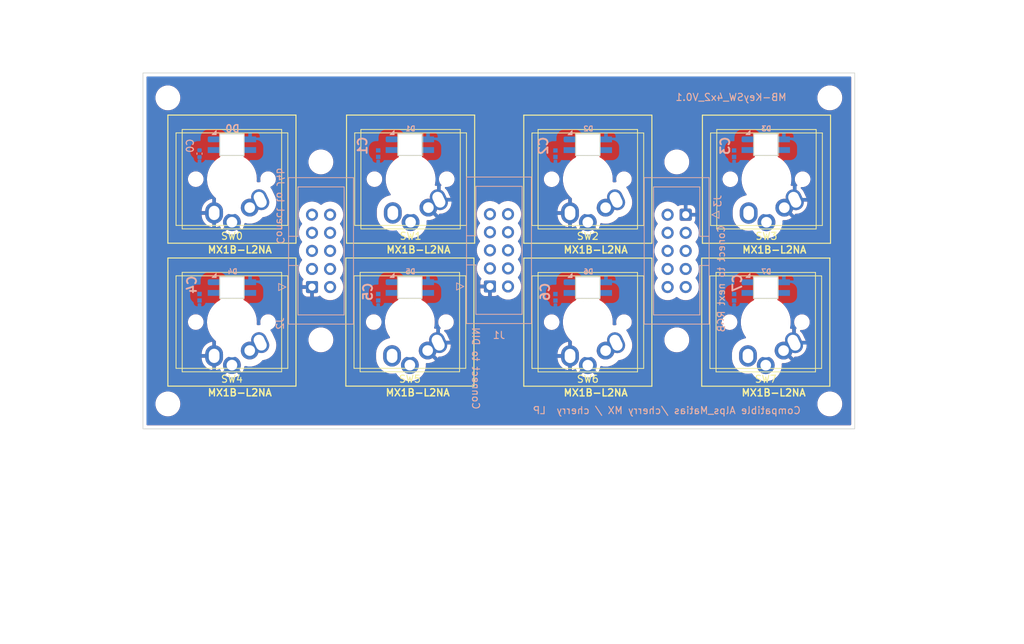
<source format=kicad_pcb>
(kicad_pcb (version 20221018) (generator pcbnew)
  (layers (0 "F.Cu" signal "Dessus.Cu") (31 "B.Cu" signal "Dessous.Cu") (34 "B.Paste" user "Dessous.Pate") (35 "F.Paste" user "Dessus.Pate") (36 "B.SilkS" user "Dessous.SilkS") (37 "F.SilkS" user "Dessus.SilkS") (38 "B.Mask" user "Dessous.Masque") (39 "F.Mask" user "Dessus.Masque") (44 "Edge.Cuts" user "Contours.Ci"))
  (net 0 "")
  (net 1 "GND")
  (net 3 "Net-(D0-DO)")
  (net 4 "Net-(D0-DI)")
  (net 5 "Net-(D1-DO)")
  (net 6 "Net-(D2-DO)")
  (net 7 "Net-(D3-DO)")
  (net 8 "Net-(D4-DO)")
  (net 9 "Net-(D5-DO)")
  (net 10 "Net-(D6-DO)")
  (net 11 "Net-(J1-D7)")
  (net 12 "Net-(J1-D6)")
  (net 13 "Net-(J1-D5)")
  (net 14 "Net-(J1-D4)")
  (net 15 "Net-(J1-D3)")
  (net 16 "Net-(J1-D2)")
  (net 17 "Net-(J1-D1)")
  (net 18 "+5V")
  (net 19 "Net-(J1-D0)")
  (net 34 "Net-(D7-DO)")
  (footprint "ksir 2022:SW_Alps_Matias_1.00u_cherry_LP" (layer "F.Cu") (at 98.6 201.92)
    (fp_text reference "SW1" (at 0 8 180) (layer "F.SilkS"))
    (fp_text value "CHERRY MX1B-52NA")
    (fp_text user "MX1B-L2NA" (at -3.5 10.5 unlocked) (layer "F.SilkS") (effects (font (thickness 0.2) bold) (justify left bottom)))
    (fp_line (start -9 -9) (end 9 -9) (stroke (width 0.1524)) (layer "F.SilkS"))
    (fp_line (start -9 9) (end -9 -9) (stroke (width 0.1524)) (layer "F.SilkS"))
    (fp_line (start -7.85 -6.5) (end -7.85 6.5) (stroke (width 0.12)) (layer "F.SilkS"))
    (fp_line (start -7.85 6.5) (end 7.85 6.5) (stroke (width 0.12)) (layer "F.SilkS"))
    (fp_line (start -6.985 -6.985) (end 6.985 -6.985) (stroke (width 0.12)) (layer "F.SilkS"))
    (fp_line (start -6.985 6.985) (end -6.985 -6.985) (stroke (width 0.12)) (layer "F.SilkS"))
    (fp_line (start 6.985 -6.985) (end 6.985 6.985) (stroke (width 0.12)) (layer "F.SilkS"))
    (fp_line (start 6.985 6.985) (end -6.985 6.985) (stroke (width 0.12)) (layer "F.SilkS"))
    (fp_line (start 7.85 -6.5) (end -7.85 -6.5) (stroke (width 0.12)) (layer "F.SilkS"))
    (fp_line (start 7.85 6.5) (end 7.85 -6.5) (stroke (width 0.12)) (layer "F.SilkS"))
    (fp_line (start 9 -9) (end 9 9) (stroke (width 0.1524)) (layer "F.SilkS"))
    (fp_line (start 9 9) (end -9 9) (stroke (width 0.1524)) (layer "F.SilkS"))
    (fp_rect (start -1.75 -6.4) (end 1.75 -3.3) (stroke (width 0.05)) (fill none) (layer "F.SilkS"))
    (pad "" np_thru_hole circle (at -5.08 0 180) (size 1.7 1.7) (drill 1.7) (layers "*.Cu" "*.Mask"))
    (pad "" np_thru_hole circle (at 0 0 180) (size 4 4) (drill 4) (layers "*.Cu" "*.Mask"))
    (pad "" np_thru_hole circle (at 0 0 180) (size 6.5 6.5) (drill 6.5) (layers "F&B.Cu" "*.Mask"))
    (pad "" np_thru_hole circle (at 0 3.7 180) (size 2.5 2.5) (drill 2.5) (layers "F&B.Cu" "*.Mask"))
    (pad "" np_thru_hole circle (at 5.08 0 180) (size 1.7 1.7) (drill 1.7) (layers "*.Cu" "*.Mask"))
    (pad "1" thru_hole oval (at -2.5 4.75 180) (size 2.5 3) (drill oval 1.5 2) (layers "*.Cu" "*.Mask") (net 17 "Net-(J1-D1)"))
    (pad "1" thru_hole circle (at 0 6.05 180) (size 2.5 2.5) (drill 1.5) (layers "*.Cu" "*.Mask") (net 17 "Net-(J1-D1)"))
    (pad "2" thru_hole circle (at 2.5 4 180) (size 2.5 2.5) (drill 1.5) (layers "*.Cu" "*.Mask") (net 1 "GND"))
    (pad "2" thru_hole oval (at 3.97 2.89 25) (size 2.2 3) (drill oval 1.5 2.3) (layers "*.Cu" "*.Mask") (net 1 "GND"))
  )
  (footprint "ksir 2022:SW_Alps_Matias_1.00u_cherry_LP" (layer "F.Cu") (at 123.5 222.01)
    (fp_text reference "SW6" (at 0 8 180) (layer "F.SilkS"))
    (fp_text value "CHERRY MX1B-52NA")
    (fp_text user "MX1B-L2NA" (at -3.5 10.5 unlocked) (layer "F.SilkS") (effects (font (thickness 0.2) bold) (justify left bottom)))
    (fp_line (start -9 -9) (end 9 -9) (stroke (width 0.1524)) (layer "F.SilkS"))
    (fp_line (start -9 9) (end -9 -9) (stroke (width 0.1524)) (layer "F.SilkS"))
    (fp_line (start -7.85 -6.5) (end -7.85 6.5) (stroke (width 0.12)) (layer "F.SilkS"))
    (fp_line (start -7.85 6.5) (end 7.85 6.5) (stroke (width 0.12)) (layer "F.SilkS"))
    (fp_line (start -6.985 -6.985) (end 6.985 -6.985) (stroke (width 0.12)) (layer "F.SilkS"))
    (fp_line (start -6.985 6.985) (end -6.985 -6.985) (stroke (width 0.12)) (layer "F.SilkS"))
    (fp_line (start 6.985 -6.985) (end 6.985 6.985) (stroke (width 0.12)) (layer "F.SilkS"))
    (fp_line (start 6.985 6.985) (end -6.985 6.985) (stroke (width 0.12)) (layer "F.SilkS"))
    (fp_line (start 7.85 -6.5) (end -7.85 -6.5) (stroke (width 0.12)) (layer "F.SilkS"))
    (fp_line (start 7.85 6.5) (end 7.85 -6.5) (stroke (width 0.12)) (layer "F.SilkS"))
    (fp_line (start 9 -9) (end 9 9) (stroke (width 0.1524)) (layer "F.SilkS"))
    (fp_line (start 9 9) (end -9 9) (stroke (width 0.1524)) (layer "F.SilkS"))
    (fp_rect (start -1.75 -6.4) (end 1.75 -3.3) (stroke (width 0.05)) (fill none) (layer "F.SilkS"))
    (pad "" np_thru_hole circle (at -5.08 0 180) (size 1.7 1.7) (drill 1.7) (layers "*.Cu" "*.Mask"))
    (pad "" np_thru_hole circle (at 0 0 180) (size 4 4) (drill 4) (layers "*.Cu" "*.Mask"))
    (pad "" np_thru_hole circle (at 0 0 180) (size 6.5 6.5) (drill 6.5) (layers "F&B.Cu" "*.Mask"))
    (pad "" np_thru_hole circle (at 0 3.7 180) (size 2.5 2.5) (drill 2.5) (layers "F&B.Cu" "*.Mask"))
    (pad "" np_thru_hole circle (at 5.08 0 180) (size 1.7 1.7) (drill 1.7) (layers "*.Cu" "*.Mask"))
    (pad "1" thru_hole oval (at -2.5 4.75 180) (size 2.5 3) (drill oval 1.5 2) (layers "*.Cu" "*.Mask") (net 1 "GND"))
    (pad "1" thru_hole circle (at 0 6.05 180) (size 2.5 2.5) (drill 1.5) (layers "*.Cu" "*.Mask") (net 1 "GND"))
    (pad "2" thru_hole circle (at 2.5 4 180) (size 2.5 2.5) (drill 1.5) (layers "*.Cu" "*.Mask") (net 12 "Net-(J1-D6)"))
    (pad "2" thru_hole oval (at 3.97 2.89 25) (size 2.2 3) (drill oval 1.5 2.3) (layers "*.Cu" "*.Mask") (net 12 "Net-(J1-D6)"))
  )
  (footprint "MountingHole:MountingHole_3mm" (layer "F.Cu") (at 86 199.5)
    (fp_text reference "H5" hide)
    (fp_text value "MountingHole")
    (pad "" np_thru_hole circle (at 0 0) (size 3 3) (drill 3) (layers "*.Cu" "*.Mask"))
  )
  (footprint "ksir 2022:SW_Alps_Matias_1.00u_cherry_LP" (layer "F.Cu") (at 98.5 222)
    (fp_text reference "SW5" (at 0 8 180) (layer "F.SilkS"))
    (fp_text value "CHERRY MX1B-52NA")
    (fp_text user "MX1B-L2NA" (at -3.5 10.5 unlocked) (layer "F.SilkS") (effects (font (thickness 0.2) bold) (justify left bottom)))
    (fp_line (start -9 -9) (end 9 -9) (stroke (width 0.1524)) (layer "F.SilkS"))
    (fp_line (start -9 9) (end -9 -9) (stroke (width 0.1524)) (layer "F.SilkS"))
    (fp_line (start -7.85 -6.5) (end -7.85 6.5) (stroke (width 0.12)) (layer "F.SilkS"))
    (fp_line (start -7.85 6.5) (end 7.85 6.5) (stroke (width 0.12)) (layer "F.SilkS"))
    (fp_line (start -6.985 -6.985) (end 6.985 -6.985) (stroke (width 0.12)) (layer "F.SilkS"))
    (fp_line (start -6.985 6.985) (end -6.985 -6.985) (stroke (width 0.12)) (layer "F.SilkS"))
    (fp_line (start 6.985 -6.985) (end 6.985 6.985) (stroke (width 0.12)) (layer "F.SilkS"))
    (fp_line (start 6.985 6.985) (end -6.985 6.985) (stroke (width 0.12)) (layer "F.SilkS"))
    (fp_line (start 7.85 -6.5) (end -7.85 -6.5) (stroke (width 0.12)) (layer "F.SilkS"))
    (fp_line (start 7.85 6.5) (end 7.85 -6.5) (stroke (width 0.12)) (layer "F.SilkS"))
    (fp_line (start 9 -9) (end 9 9) (stroke (width 0.1524)) (layer "F.SilkS"))
    (fp_line (start 9 9) (end -9 9) (stroke (width 0.1524)) (layer "F.SilkS"))
    (fp_rect (start -1.75 -6.4) (end 1.75 -3.3) (stroke (width 0.05)) (fill none) (layer "F.SilkS"))
    (pad "" np_thru_hole circle (at -5.08 0 180) (size 1.7 1.7) (drill 1.7) (layers "*.Cu" "*.Mask"))
    (pad "" np_thru_hole circle (at 0 0 180) (size 4 4) (drill 4) (layers "*.Cu" "*.Mask"))
    (pad "" np_thru_hole circle (at 0 0 180) (size 6.5 6.5) (drill 6.5) (layers "F&B.Cu" "*.Mask"))
    (pad "" np_thru_hole circle (at 0 3.7 180) (size 2.5 2.5) (drill 2.5) (layers "F&B.Cu" "*.Mask"))
    (pad "" np_thru_hole circle (at 5.08 0 180) (size 1.7 1.7) (drill 1.7) (layers "*.Cu" "*.Mask"))
    (pad "1" thru_hole oval (at -2.5 4.75 180) (size 2.5 3) (drill oval 1.5 2) (layers "*.Cu" "*.Mask") (net 13 "Net-(J1-D5)"))
    (pad "1" thru_hole circle (at 0 6.05 180) (size 2.5 2.5) (drill 1.5) (layers "*.Cu" "*.Mask") (net 13 "Net-(J1-D5)"))
    (pad "2" thru_hole circle (at 2.5 4 180) (size 2.5 2.5) (drill 1.5) (layers "*.Cu" "*.Mask") (net 1 "GND"))
    (pad "2" thru_hole oval (at 3.97 2.89 25) (size 2.2 3) (drill oval 1.5 2.3) (layers "*.Cu" "*.Mask") (net 1 "GND"))
  )
  (footprint "MountingHole:MountingHole_3mm" (layer "F.Cu") (at 136 224.5)
    (fp_text reference "H8" hide)
    (fp_text value "MountingHole")
    (pad "" np_thru_hole circle (at 0 0) (size 3 3) (drill 3) (layers "*.Cu" "*.Mask"))
  )
  (footprint "MountingHole:MountingHole_3mm" (layer "F.Cu") (at 136 199.5)
    (fp_text reference "H6" hide)
    (fp_text value "MountingHole")
    (pad "" np_thru_hole circle (at 0 0) (size 3 3) (drill 3) (layers "*.Cu" "*.Mask"))
  )
  (footprint "MountingHole:MountingHole_3mm" (layer "F.Cu") (at 86 224.5)
    (fp_text reference "H7" hide)
    (fp_text value "MountingHole")
    (pad "" np_thru_hole circle (at 0 0) (size 3 3) (drill 3) (layers "*.Cu" "*.Mask"))
  )
  (footprint "MountingHole:MountingHole_3mm" (layer "F.Cu") (at 64.5 190.5)
    (fp_text reference "H1" hide)
    (fp_text value "MountingHole")
    (pad "" np_thru_hole circle (at 0 0) (size 3 3) (drill 3) (layers "*.Cu" "*.Mask"))
  )
  (footprint "ksir 2022:SW_Alps_Matias_1.00u_cherry_LP" (layer "F.Cu") (at 73.5 201.92)
    (fp_text reference "SW0" (at 0 8 180) (layer "F.SilkS"))
    (fp_text value "CHERRY MX1B-52NA")
    (fp_text user "MX1B-L2NA" (at -3.5 10.5 unlocked) (layer "F.SilkS") (effects (font (thickness 0.2) bold) (justify left bottom)))
    (fp_line (start -9 -9) (end 9 -9) (stroke (width 0.1524)) (layer "F.SilkS"))
    (fp_line (start -9 9) (end -9 -9) (stroke (width 0.1524)) (layer "F.SilkS"))
    (fp_line (start -7.85 -6.5) (end -7.85 6.5) (stroke (width 0.12)) (layer "F.SilkS"))
    (fp_line (start -7.85 6.5) (end 7.85 6.5) (stroke (width 0.12)) (layer "F.SilkS"))
    (fp_line (start -6.985 -6.985) (end 6.985 -6.985) (stroke (width 0.12)) (layer "F.SilkS"))
    (fp_line (start -6.985 6.985) (end -6.985 -6.985) (stroke (width 0.12)) (layer "F.SilkS"))
    (fp_line (start 6.985 -6.985) (end 6.985 6.985) (stroke (width 0.12)) (layer "F.SilkS"))
    (fp_line (start 6.985 6.985) (end -6.985 6.985) (stroke (width 0.12)) (layer "F.SilkS"))
    (fp_line (start 7.85 -6.5) (end -7.85 -6.5) (stroke (width 0.12)) (layer "F.SilkS"))
    (fp_line (start 7.85 6.5) (end 7.85 -6.5) (stroke (width 0.12)) (layer "F.SilkS"))
    (fp_line (start 9 -9) (end 9 9) (stroke (width 0.1524)) (layer "F.SilkS"))
    (fp_line (start 9 9) (end -9 9) (stroke (width 0.1524)) (layer "F.SilkS"))
    (fp_rect (start -1.75 -6.4) (end 1.75 -3.3) (stroke (width 0.05)) (fill none) (layer "F.SilkS"))
    (pad "" np_thru_hole circle (at -5.08 0 180) (size 1.7 1.7) (drill 1.7) (layers "*.Cu" "*.Mask"))
    (pad "" np_thru_hole circle (at 0 0 180) (size 4 4) (drill 4) (layers "*.Cu" "*.Mask"))
    (pad "" np_thru_hole circle (at 0 0 180) (size 6.5 6.5) (drill 6.5) (layers "F&B.Cu" "*.Mask"))
    (pad "" np_thru_hole circle (at 0 3.7 180) (size 2.5 2.5) (drill 2.5) (layers "F&B.Cu" "*.Mask"))
    (pad "" np_thru_hole circle (at 5.08 0 180) (size 1.7 1.7) (drill 1.7) (layers "*.Cu" "*.Mask"))
    (pad "1" thru_hole oval (at -2.5 4.75 180) (size 2.5 3) (drill oval 1.5 2) (layers "*.Cu" "*.Mask") (net 1 "GND"))
    (pad "1" thru_hole circle (at 0 6.05 180) (size 2.5 2.5) (drill 1.5) (layers "*.Cu" "*.Mask") (net 1 "GND"))
    (pad "2" thru_hole circle (at 2.5 4 180) (size 2.5 2.5) (drill 1.5) (layers "*.Cu" "*.Mask") (net 19 "Net-(J1-D0)"))
    (pad "2" thru_hole oval (at 3.97 2.89 25) (size 2.2 3) (drill oval 1.5 2.3) (layers "*.Cu" "*.Mask") (net 19 "Net-(J1-D0)"))
  )
  (footprint "ksir 2022:SW_Alps_Matias_1.00u_cherry_LP" (layer "F.Cu") (at 148.5 222.01)
    (fp_text reference "SW7" (at 0 8 180) (layer "F.SilkS"))
    (fp_text value "CHERRY MX1B-52NA")
    (fp_text user "MX1B-L2NA" (at -3.5 10.5 unlocked) (layer "F.SilkS") (effects (font (thickness 0.2) bold) (justify left bottom)))
    (fp_line (start -9 -9) (end 9 -9) (stroke (width 0.1524)) (layer "F.SilkS"))
    (fp_line (start -9 9) (end -9 -9) (stroke (width 0.1524)) (layer "F.SilkS"))
    (fp_line (start -7.85 -6.5) (end -7.85 6.5) (stroke (width 0.12)) (layer "F.SilkS"))
    (fp_line (start -7.85 6.5) (end 7.85 6.5) (stroke (width 0.12)) (layer "F.SilkS"))
    (fp_line (start -6.985 -6.985) (end 6.985 -6.985) (stroke (width 0.12)) (layer "F.SilkS"))
    (fp_line (start -6.985 6.985) (end -6.985 -6.985) (stroke (width 0.12)) (layer "F.SilkS"))
    (fp_line (start 6.985 -6.985) (end 6.985 6.985) (stroke (width 0.12)) (layer "F.SilkS"))
    (fp_line (start 6.985 6.985) (end -6.985 6.985) (stroke (width 0.12)) (layer "F.SilkS"))
    (fp_line (start 7.85 -6.5) (end -7.85 -6.5) (stroke (width 0.12)) (layer "F.SilkS"))
    (fp_line (start 7.85 6.5) (end 7.85 -6.5) (stroke (width 0.12)) (layer "F.SilkS"))
    (fp_line (start 9 -9) (end 9 9) (stroke (width 0.1524)) (layer "F.SilkS"))
    (fp_line (start 9 9) (end -9 9) (stroke (width 0.1524)) (layer "F.SilkS"))
    (fp_rect (start -1.75 -6.4) (end 1.75 -3.3) (stroke (width 0.05)) (fill none) (layer "F.SilkS"))
    (pad "" np_thru_hole circle (at -5.08 0 180) (size 1.7 1.7) (drill 1.7) (layers "*.Cu" "*.Mask"))
    (pad "" np_thru_hole circle (at 0 0 180) (size 4 4) (drill 4) (layers "*.Cu" "*.Mask"))
    (pad "" np_thru_hole circle (at 0 0 180) (size 6.5 6.5) (drill 6.5) (layers "F&B.Cu" "*.Mask"))
    (pad "" np_thru_hole circle (at 0 3.7 180) (size 2.5 2.5) (drill 2.5) (layers "F&B.Cu" "*.Mask"))
    (pad "" np_thru_hole circle (at 5.08 0 180) (size 1.7 1.7) (drill 1.7) (layers "*.Cu" "*.Mask"))
    (pad "1" thru_hole oval (at -2.5 4.75 180) (size 2.5 3) (drill oval 1.5 2) (layers "*.Cu" "*.Mask") (net 11 "Net-(J1-D7)"))
    (pad "1" thru_hole circle (at 0 6.05 180) (size 2.5 2.5) (drill 1.5) (layers "*.Cu" "*.Mask") (net 11 "Net-(J1-D7)"))
    (pad "2" thru_hole circle (at 2.5 4 180) (size 2.5 2.5) (drill 1.5) (layers "*.Cu" "*.Mask") (net 1 "GND"))
    (pad "2" thru_hole oval (at 3.97 2.89 25) (size 2.2 3) (drill oval 1.5 2.3) (layers "*.Cu" "*.Mask") (net 1 "GND"))
  )
  (footprint "ksir 2022:SW_Alps_Matias_1.00u_cherry_LP" (layer "F.Cu") (at 123.5 201.93)
    (fp_text reference "SW2" (at 0 8 180) (layer "F.SilkS"))
    (fp_text value "CHERRY MX1B-52NA")
    (fp_text user "MX1B-L2NA" (at -3.5 10.5 unlocked) (layer "F.SilkS") (effects (font (thickness 0.2) bold) (justify left bottom)))
    (fp_line (start -9 -9) (end 9 -9) (stroke (width 0.1524)) (layer "F.SilkS"))
    (fp_line (start -9 9) (end -9 -9) (stroke (width 0.1524)) (layer "F.SilkS"))
    (fp_line (start -7.85 -6.5) (end -7.85 6.5) (stroke (width 0.12)) (layer "F.SilkS"))
    (fp_line (start -7.85 6.5) (end 7.85 6.5) (stroke (width 0.12)) (layer "F.SilkS"))
    (fp_line (start -6.985 -6.985) (end 6.985 -6.985) (stroke (width 0.12)) (layer "F.SilkS"))
    (fp_line (start -6.985 6.985) (end -6.985 -6.985) (stroke (width 0.12)) (layer "F.SilkS"))
    (fp_line (start 6.985 -6.985) (end 6.985 6.985) (stroke (width 0.12)) (layer "F.SilkS"))
    (fp_line (start 6.985 6.985) (end -6.985 6.985) (stroke (width 0.12)) (layer "F.SilkS"))
    (fp_line (start 7.85 -6.5) (end -7.85 -6.5) (stroke (width 0.12)) (layer "F.SilkS"))
    (fp_line (start 7.85 6.5) (end 7.85 -6.5) (stroke (width 0.12)) (layer "F.SilkS"))
    (fp_line (start 9 -9) (end 9 9) (stroke (width 0.1524)) (layer "F.SilkS"))
    (fp_line (start 9 9) (end -9 9) (stroke (width 0.1524)) (layer "F.SilkS"))
    (fp_rect (start -1.75 -6.4) (end 1.75 -3.3) (stroke (width 0.05)) (fill none) (layer "F.SilkS"))
    (pad "" np_thru_hole circle (at -5.08 0 180) (size 1.7 1.7) (drill 1.7) (layers "*.Cu" "*.Mask"))
    (pad "" np_thru_hole circle (at 0 0 180) (size 4 4) (drill 4) (layers "*.Cu" "*.Mask"))
    (pad "" np_thru_hole circle (at 0 0 180) (size 6.5 6.5) (drill 6.5) (layers "F&B.Cu" "*.Mask"))
    (pad "" np_thru_hole circle (at 0 3.7 180) (size 2.5 2.5) (drill 2.5) (layers "F&B.Cu" "*.Mask"))
    (pad "" np_thru_hole circle (at 5.08 0 180) (size 1.7 1.7) (drill 1.7) (layers "*.Cu" "*.Mask"))
    (pad "1" thru_hole oval (at -2.5 4.75 180) (size 2.5 3) (drill oval 1.5 2) (layers "*.Cu" "*.Mask") (net 1 "GND"))
    (pad "1" thru_hole circle (at 0 6.05 180) (size 2.5 2.5) (drill 1.5) (layers "*.Cu" "*.Mask") (net 1 "GND"))
    (pad "2" thru_hole circle (at 2.5 4 180) (size 2.5 2.5) (drill 1.5) (layers "*.Cu" "*.Mask") (net 16 "Net-(J1-D2)"))
    (pad "2" thru_hole oval (at 3.97 2.89 25) (size 2.2 3) (drill oval 1.5 2.3) (layers "*.Cu" "*.Mask") (net 16 "Net-(J1-D2)"))
  )
  (footprint "MountingHole:MountingHole_3mm" (layer "F.Cu") (at 157.5 233.5)
    (fp_text reference "H3" hide)
    (fp_text value "MountingHole")
    (pad "" np_thru_hole circle (at 0 0) (size 3 3) (drill 3) (layers "*.Cu" "*.Mask"))
  )
  (footprint "MountingHole:MountingHole_3mm" (layer "F.Cu") (at 157.5 190.5)
    (fp_text reference "H2" hide)
    (fp_text value "MountingHole")
    (pad "" np_thru_hole circle (at 0 0) (size 3 3) (drill 3) (layers "*.Cu" "*.Mask"))
  )
  (footprint "ksir 2022:SW_Alps_Matias_1.00u_cherry_LP" (layer "F.Cu") (at 73.5 222)
    (fp_text reference "SW4" (at 0 8 180) (layer "F.SilkS"))
    (fp_text value "CHERRY MX1B-52NA")
    (fp_text user "MX1B-L2NA" (at -3.5 10.5 unlocked) (layer "F.SilkS") (effects (font (thickness 0.2) bold) (justify left bottom)))
    (fp_line (start -9 -9) (end 9 -9) (stroke (width 0.1524)) (layer "F.SilkS"))
    (fp_line (start -9 9) (end -9 -9) (stroke (width 0.1524)) (layer "F.SilkS"))
    (fp_line (start -7.85 -6.5) (end -7.85 6.5) (stroke (width 0.12)) (layer "F.SilkS"))
    (fp_line (start -7.85 6.5) (end 7.85 6.5) (stroke (width 0.12)) (layer "F.SilkS"))
    (fp_line (start -6.985 -6.985) (end 6.985 -6.985) (stroke (width 0.12)) (layer "F.SilkS"))
    (fp_line (start -6.985 6.985) (end -6.985 -6.985) (stroke (width 0.12)) (layer "F.SilkS"))
    (fp_line (start 6.985 -6.985) (end 6.985 6.985) (stroke (width 0.12)) (layer "F.SilkS"))
    (fp_line (start 6.985 6.985) (end -6.985 6.985) (stroke (width 0.12)) (layer "F.SilkS"))
    (fp_line (start 7.85 -6.5) (end -7.85 -6.5) (stroke (width 0.12)) (layer "F.SilkS"))
    (fp_line (start 7.85 6.5) (end 7.85 -6.5) (stroke (width 0.12)) (layer "F.SilkS"))
    (fp_line (start 9 -9) (end 9 9) (stroke (width 0.1524)) (layer "F.SilkS"))
    (fp_line (start 9 9) (end -9 9) (stroke (width 0.1524)) (layer "F.SilkS"))
    (fp_rect (start -1.75 -6.4) (end 1.75 -3.3) (stroke (width 0.05)) (fill none) (layer "F.SilkS"))
    (pad "" np_thru_hole circle (at -5.08 0 180) (size 1.7 1.7) (drill 1.7) (layers "*.Cu" "*.Mask"))
    (pad "" np_thru_hole circle (at 0 0 180) (size 4 4) (drill 4) (layers "*.Cu" "*.Mask"))
    (pad "" np_thru_hole circle (at 0 0 180) (size 6.5 6.5) (drill 6.5) (layers "F&B.Cu" "*.Mask"))
    (pad "" np_thru_hole circle (at 0 3.7 180) (size 2.5 2.5) (drill 2.5) (layers "F&B.Cu" "*.Mask"))
    (pad "" np_thru_hole circle (at 5.08 0 180) (size 1.7 1.7) (drill 1.7) (layers "*.Cu" "*.Mask"))
    (pad "1" thru_hole oval (at -2.5 4.75 180) (size 2.5 3) (drill oval 1.5 2) (layers "*.Cu" "*.Mask") (net 1 "GND"))
    (pad "1" thru_hole circle (at 0 6.05 180) (size 2.5 2.5) (drill 1.5) (layers "*.Cu" "*.Mask") (net 1 "GND"))
    (pad "2" thru_hole circle (at 2.5 4 180) (size 2.5 2.5) (drill 1.5) (layers "*.Cu" "*.Mask") (net 14 "Net-(J1-D4)"))
    (pad "2" thru_hole oval (at 3.97 2.89 25) (size 2.2 3) (drill oval 1.5 2.3) (layers "*.Cu" "*.Mask") (net 14 "Net-(J1-D4)"))
  )
  (footprint "ksir 2022:SW_Alps_Matias_1.00u_cherry_LP" (layer "F.Cu") (at 148.6 201.93)
    (fp_text reference "SW3" (at 0 8 180) (layer "F.SilkS"))
    (fp_text value "CHERRY MX1B-52NA")
    (fp_text user "MX1B-L2NA" (at -3.5 10.5 unlocked) (layer "F.SilkS") (effects (font (thickness 0.2) bold) (justify left bottom)))
    (fp_line (start -9 -9) (end 9 -9) (stroke (width 0.1524)) (layer "F.SilkS"))
    (fp_line (start -9 9) (end -9 -9) (stroke (width 0.1524)) (layer "F.SilkS"))
    (fp_line (start -7.85 -6.5) (end -7.85 6.5) (stroke (width 0.12)) (layer "F.SilkS"))
    (fp_line (start -7.85 6.5) (end 7.85 6.5) (stroke (width 0.12)) (layer "F.SilkS"))
    (fp_line (start -6.985 -6.985) (end 6.985 -6.985) (stroke (width 0.12)) (layer "F.SilkS"))
    (fp_line (start -6.985 6.985) (end -6.985 -6.985) (stroke (width 0.12)) (layer "F.SilkS"))
    (fp_line (start 6.985 -6.985) (end 6.985 6.985) (stroke (width 0.12)) (layer "F.SilkS"))
    (fp_line (start 6.985 6.985) (end -6.985 6.985) (stroke (width 0.12)) (layer "F.SilkS"))
    (fp_line (start 7.85 -6.5) (end -7.85 -6.5) (stroke (width 0.12)) (layer "F.SilkS"))
    (fp_line (start 7.85 6.5) (end 7.85 -6.5) (stroke (width 0.12)) (layer "F.SilkS"))
    (fp_line (start 9 -9) (end 9 9) (stroke (width 0.1524)) (layer "F.SilkS"))
    (fp_line (start 9 9) (end -9 9) (stroke (width 0.1524)) (layer "F.SilkS"))
    (fp_rect (start -1.75 -6.4) (end 1.75 -3.3) (stroke (width 0.05)) (fill none) (layer "F.SilkS"))
    (pad "" np_thru_hole circle (at -5.08 0 180) (size 1.7 1.7) (drill 1.7) (layers "*.Cu" "*.Mask"))
    (pad "" np_thru_hole circle (at 0 0 180) (size 4 4) (drill 4) (layers "*.Cu" "*.Mask"))
    (pad "" np_thru_hole circle (at 0 0 180) (size 6.5 6.5) (drill 6.5) (layers "F&B.Cu" "*.Mask"))
    (pad "" np_thru_hole circle (at 0 3.7 180) (size 2.5 2.5) (drill 2.5) (layers "F&B.Cu" "*.Mask"))
    (pad "" np_thru_hole circle (at 5.08 0 180) (size 1.7 1.7) (drill 1.7) (layers "*.Cu" "*.Mask"))
    (pad "1" thru_hole oval (at -2.5 4.75 180) (size 2.5 3) (drill oval 1.5 2) (layers "*.Cu" "*.Mask") (net 15 "Net-(J1-D3)"))
    (pad "1" thru_hole circle (at 0 6.05 180) (size 2.5 2.5) (drill 1.5) (layers "*.Cu" "*.Mask") (net 15 "Net-(J1-D3)"))
    (pad "2" thru_hole circle (at 2.5 4 180) (size 2.5 2.5) (drill 1.5) (layers "*.Cu" "*.Mask") (net 1 "GND"))
    (pad "2" thru_hole oval (at 3.97 2.89 25) (size 2.2 3) (drill oval 1.5 2.3) (layers "*.Cu" "*.Mask") (net 1 "GND"))
  )
  (footprint "MountingHole:MountingHole_3mm" (layer "F.Cu") (at 64.5 233.5)
    (fp_text reference "H4" hide)
    (fp_text value "MountingHole")
    (pad "" np_thru_hole circle (at 0 0) (size 3 3) (drill 3) (layers "*.Cu" "*.Mask"))
  )
  (footprint "ksir 2022:SK6812-MINI-E" (layer "B.Cu") (at 148.5 217.16 180)
    (fp_text reference "D7" (at -0.08 2.25 unlocked) (layer "B.SilkS") (effects (font (size 0.7 0.7)) (justify mirror)))
    (fp_text value "SK6812MINI-E" hide)
    (fp_poly (pts (xy 2.8 1.4) (xy 2.2 1.4) (xy 2.2 2)) (stroke (width 0.1)) (fill solid) (layer "B.SilkS"))
    (fp_line (start -1.7 -1.5) (end -1.7 1.5) (stroke (width 0.12)) (layer "Edge.Cuts"))
    (fp_line (start -1.7 1.5) (end 1.7 1.5) (stroke (width 0.12)) (layer "Edge.Cuts"))
    (fp_line (start 1.7 -1.5) (end -1.7 -1.5) (stroke (width 0.12)) (layer "Edge.Cuts"))
    (fp_line (start 1.7 1.5) (end 1.7 -1.5) (stroke (width 0.12)) (layer "Edge.Cuts"))
    (pad "1" smd rect (at -2.55 -0.75 180) (size 1.7 0.82) (layers "B.Cu" "B.Paste" "B.Mask") (net 34 "Net-(D7-DO)"))
    (pad "2" smd rect (at -2.55 0.75 180) (size 1.7 0.82) (layers "B.Cu" "B.Paste" "B.Mask") (net 1 "GND"))
    (pad "3" smd roundrect (at 2.55 0.75 180) (size 1.7 0.82) (layers "B.Cu" "B.Paste" "B.Mask") (net 10 "Net-(D6-DO)"))
    (pad "4" smd rect (at 2.55 -0.75 180) (size 1.7 0.82) (layers "B.Cu" "B.Paste" "B.Mask") (net 18 "+5V"))
  )
  (footprint "ksir 2022:SK6812-MINI-E" (layer "B.Cu") (at 148.5 197.08 180)
    (fp_text reference "D3" (at -0.08 2.25 unlocked) (layer "B.SilkS") (effects (font (size 0.7 0.7)) (justify mirror)))
    (fp_text value "SK6812MINI-E" hide)
    (fp_poly (pts (xy 2.8 1.4) (xy 2.2 1.4) (xy 2.2 2)) (stroke (width 0.1)) (fill solid) (layer "B.SilkS"))
    (fp_line (start -1.7 -1.5) (end -1.7 1.5) (stroke (width 0.12)) (layer "Edge.Cuts"))
    (fp_line (start -1.7 1.5) (end 1.7 1.5) (stroke (width 0.12)) (layer "Edge.Cuts"))
    (fp_line (start 1.7 -1.5) (end -1.7 -1.5) (stroke (width 0.12)) (layer "Edge.Cuts"))
    (fp_line (start 1.7 1.5) (end 1.7 -1.5) (stroke (width 0.12)) (layer "Edge.Cuts"))
    (pad "1" smd rect (at -2.55 -0.75 180) (size 1.7 0.82) (layers "B.Cu" "B.Paste" "B.Mask") (net 7 "Net-(D3-DO)"))
    (pad "2" smd rect (at -2.55 0.75 180) (size 1.7 0.82) (layers "B.Cu" "B.Paste" "B.Mask") (net 1 "GND"))
    (pad "3" smd roundrect (at 2.55 0.75 180) (size 1.7 0.82) (layers "B.Cu" "B.Paste" "B.Mask") (net 6 "Net-(D2-DO)"))
    (pad "4" smd rect (at 2.55 -0.75 180) (size 1.7 0.82) (layers "B.Cu" "B.Paste" "B.Mask") (net 18 "+5V"))
  )
  (footprint "ksir 2022:CAPC1005X55N" (layer "B.Cu") (at 118.95 218.52 90)
    (fp_text reference "C6" (at 0.76 -1.45 270) (layer "B.SilkS") (effects (font (size 1.27 1.27) (thickness 0.254)) (justify mirror)))
    (fp_text value "100nf" hide)
    (pad "1" smd rect (at -0.46 0 90) (size 0.6 0.62) (layers "B.Cu" "B.Paste" "B.Mask") (net 1 "GND"))
    (pad "2" smd rect (at 0.46 0 90) (size 0.6 0.62) (layers "B.Cu" "B.Paste" "B.Mask") (net 18 "+5V"))
  )
  (footprint "ksir 2022:CAPC1005X55N" (layer "B.Cu") (at 68.945 218.51 90)
    (fp_text reference "C4" (at 1.76 -1.07 270) (layer "B.SilkS") (effects (font (size 1.27 1.27) (thickness 0.254)) (justify mirror)))
    (fp_text value "100nf" hide)
    (pad "1" smd rect (at -0.46 0 90) (size 0.6 0.62) (layers "B.Cu" "B.Paste" "B.Mask") (net 1 "GND"))
    (pad "2" smd rect (at 0.46 0 90) (size 0.6 0.62) (layers "B.Cu" "B.Paste" "B.Mask") (net 18 "+5V"))
  )
  (footprint "Connector_IDC:IDC-Header_2x05_P2.54mm_Vertical" (layer "B.Cu") (at 84.75 217.08)
    (fp_text reference "J2" (at -4.46 5.13 -90) (layer "B.SilkS") (effects (justify mirror)))
    (fp_text value "IDC-Header_2x05_P2.54mm_Vertical")
    (fp_text user "Conect to J4b" (at -4.46 -11.39 -90 unlocked) (layer "B.SilkS") (effects (justify mirror)))
    (fp_line (start -4.68 -0.5) (end -3.68 0) (stroke (width 0.12)) (layer "B.SilkS"))
    (fp_line (start -4.68 0.5) (end -4.68 -0.5) (stroke (width 0.12)) (layer "B.SilkS"))
    (fp_line (start -3.68 0) (end -4.68 0.5) (stroke (width 0.12)) (layer "B.SilkS"))
    (fp_line (start -3.29 -15.37) (end -3.29 5.21) (stroke (width 0.12)) (layer "B.SilkS"))
    (fp_line (start -3.29 -3.03) (end -1.98 -3.03) (stroke (width 0.12)) (layer "B.SilkS"))
    (fp_line (start -3.29 5.21) (end 5.83 5.21) (stroke (width 0.12)) (layer "B.SilkS"))
    (fp_line (start -1.98 -14.07) (end -1.98 -7.13) (stroke (width 0.12)) (layer "B.SilkS"))
    (fp_line (start -1.98 -7.13) (end -3.29 -7.13) (stroke (width 0.12)) (layer "B.SilkS"))
    (fp_line (start -1.98 -7.13) (end -1.98 -7.13) (stroke (width 0.12)) (layer "B.SilkS"))
    (fp_line (start -1.98 -3.03) (end -1.98 3.91) (stroke (width 0.12)) (layer "B.SilkS"))
    (fp_line (start -1.98 3.91) (end 4.52 3.91) (stroke (width 0.12)) (layer "B.SilkS"))
    (fp_line (start 4.52 -14.07) (end -1.98 -14.07) (stroke (width 0.12)) (layer "B.SilkS"))
    (fp_line (start 4.52 3.91) (end 4.52 -14.07) (stroke (width 0.12)) (layer "B.SilkS"))
    (fp_line (start 5.83 -15.37) (end -3.29 -15.37) (stroke (width 0.12)) (layer "B.SilkS"))
    (fp_line (start 5.83 5.21) (end 5.83 -15.37) (stroke (width 0.12)) (layer "B.SilkS"))
    (pad "1" thru_hole roundrect (at 0 0) (size 1.7 1.7) (drill 1) (layers "*.Cu" "*.Mask") (roundrect_rratio 0.1470588235) (net 1 "GND"))
    (pad "2" thru_hole circle (at 2.54 0) (size 1.7 1.7) (drill 1) (layers "*.Cu" "*.Mask"))
    (pad "3" thru_hole circle (at 0 -2.54) (size 1.7 1.7) (drill 1) (layers "*.Cu" "*.Mask"))
    (pad "4" thru_hole circle (at 2.54 -2.54) (size 1.7 1.7) (drill 1) (layers "*.Cu" "*.Mask"))
    (pad "5" thru_hole circle (at 0 -5.08) (size 1.7 1.7) (drill 1) (layers "*.Cu" "*.Mask"))
    (pad "6" thru_hole circle (at 2.54 -5.08) (size 1.7 1.7) (drill 1) (layers "*.Cu" "*.Mask") (net 4 "Net-(D0-DI)"))
    (pad "7" thru_hole circle (at 0 -7.62) (size 1.7 1.7) (drill 1) (layers "*.Cu" "*.Mask"))
    (pad "8" thru_hole circle (at 2.54 -7.62) (size 1.7 1.7) (drill 1) (layers "*.Cu" "*.Mask"))
    (pad "9" thru_hole circle (at 0 -10.16) (size 1.7 1.7) (drill 1) (layers "*.Cu" "*.Mask"))
    (pad "10" thru_hole circle (at 2.54 -10.16) (size 1.7 1.7) (drill 1) (layers "*.Cu" "*.Mask") (net 18 "+5V"))
  )
  (footprint "Connector_IDC:IDC-Header_2x05_P2.54mm_Vertical" (layer "B.Cu") (at 137.2525 206.92 180)
    (fp_text reference "J3" (at -4.4975 1.92 90) (layer "B.SilkS") (effects (justify mirror)))
    (fp_text value "IDC-Header_2x05_P2.54mm_Vertical")
    (fp_text user "Conect to next RGB" (at -5 -9 90 unlocked) (layer "B.SilkS") (effects (justify mirror)))
    (fp_line (start -4.68 -0.5) (end -3.68 0) (stroke (width 0.12)) (layer "B.SilkS"))
    (fp_line (start -4.68 0.5) (end -4.68 -0.5) (stroke (width 0.12)) (layer "B.SilkS"))
    (fp_line (start -3.68 0) (end -4.68 0.5) (stroke (width 0.12)) (layer "B.SilkS"))
    (fp_line (start -3.29 -15.37) (end -3.29 5.21) (stroke (width 0.12)) (layer "B.SilkS"))
    (fp_line (start -3.29 -3.03) (end -1.98 -3.03) (stroke (width 0.12)) (layer "B.SilkS"))
    (fp_line (start -3.29 5.21) (end 5.83 5.21) (stroke (width 0.12)) (layer "B.SilkS"))
    (fp_line (start -1.98 -14.07) (end -1.98 -7.13) (stroke (width 0.12)) (layer "B.SilkS"))
    (fp_line (start -1.98 -7.13) (end -3.29 -7.13) (stroke (width 0.12)) (layer "B.SilkS"))
    (fp_line (start -1.98 -7.13) (end -1.98 -7.13) (stroke (width 0.12)) (layer "B.SilkS"))
    (fp_line (start -1.98 -3.03) (end -1.98 3.91) (stroke (width 0.12)) (layer "B.SilkS"))
    (fp_line (start -1.98 3.91) (end 4.52 3.91) (stroke (width 0.12)) (layer "B.SilkS"))
    (fp_line (start 4.52 -14.07) (end -1.98 -14.07) (stroke (width 0.12)) (layer "B.SilkS"))
    (fp_line (start 4.52 3.91) (end 4.52 -14.07) (stroke (width 0.12)) (layer "B.SilkS"))
    (fp_line (start 5.83 -15.37) (end -3.29 -15.37) (stroke (width 0.12)) (layer "B.SilkS"))
    (fp_line (start 5.83 5.21) (end 5.83 -15.37) (stroke (width 0.12)) (layer "B.SilkS"))
    (pad "1" thru_hole roundrect (at 0 0 180) (size 1.7 1.7) (drill 1) (layers "*.Cu" "*.Mask") (roundrect_rratio 0.1470588235) (net 1 "GND"))
    (pad "2" thru_hole circle (at 2.54 0 180) (size 1.7 1.7) (drill 1) (layers "*.Cu" "*.Mask"))
    (pad "3" thru_hole circle (at 0 -2.54 180) (size 1.7 1.7) (drill 1) (layers "*.Cu" "*.Mask"))
    (pad "4" thru_hole circle (at 2.54 -2.54 180) (size 1.7 1.7) (drill 1) (layers "*.Cu" "*.Mask"))
    (pad "5" thru_hole circle (at 0 -5.08 180) (size 1.7 1.7) (drill 1) (layers "*.Cu" "*.Mask"))
    (pad "6" thru_hole circle (at 2.54 -5.08 180) (size 1.7 1.7) (drill 1) (layers "*.Cu" "*.Mask") (net 34 "Net-(D7-DO)"))
    (pad "7" thru_hole circle (at 0 -7.62 180) (size 1.7 1.7) (drill 1) (layers "*.Cu" "*.Mask"))
    (pad "8" thru_hole circle (at 2.54 -7.62 180) (size 1.7 1.7) (drill 1) (layers "*.Cu" "*.Mask"))
    (pad "9" thru_hole circle (at 0 -10.16 180) (size 1.7 1.7) (drill 1) (layers "*.Cu" "*.Mask"))
    (pad "10" thru_hole circle (at 2.54 -10.16 180) (size 1.7 1.7) (drill 1) (layers "*.Cu" "*.Mask") (net 18 "+5V"))
  )
  (footprint "ksir 2022:SK6812-MINI-E" (layer "B.Cu") (at 73.5 217.15 180)
    (fp_text reference "D4" (at -0.08 2.25 unlocked) (layer "B.SilkS") (effects (font (size 0.7 0.7)) (justify mirror)))
    (fp_text value "SK6812MINI-E" hide)
    (fp_poly (pts (xy 2.8 1.4) (xy 2.2 1.4) (xy 2.2 2)) (stroke (width 0.1)) (fill solid) (layer "B.SilkS"))
    (fp_line (start -1.7 -1.5) (end -1.7 1.5) (stroke (width 0.12)) (layer "Edge.Cuts"))
    (fp_line (start -1.7 1.5) (end 1.7 1.5) (stroke (width 0.12)) (layer "Edge.Cuts"))
    (fp_line (start 1.7 -1.5) (end -1.7 -1.5) (stroke (width 0.12)) (layer "Edge.Cuts"))
    (fp_line (start 1.7 1.5) (end 1.7 -1.5) (stroke (width 0.12)) (layer "Edge.Cuts"))
    (pad "1" smd rect (at -2.55 -0.75 180) (size 1.7 0.82) (layers "B.Cu" "B.Paste" "B.Mask") (net 8 "Net-(D4-DO)"))
    (pad "2" smd rect (at -2.55 0.75 180) (size 1.7 0.82) (layers "B.Cu" "B.Paste" "B.Mask") (net 1 "GND"))
    (pad "3" smd roundrect (at 2.55 0.75 180) (size 1.7 0.82) (layers "B.Cu" "B.Paste" "B.Mask") (net 7 "Net-(D3-DO)"))
    (pad "4" smd rect (at 2.55 -0.75 180) (size 1.7 0.82) (layers "B.Cu" "B.Paste" "B.Mask") (net 18 "+5V"))
  )
  (footprint "ksir 2022:SK6812-MINI-E" (layer "B.Cu") (at 123.5 197.09 180)
    (fp_text reference "D2" (at -0.08 2.25 unlocked) (layer "B.SilkS") (effects (font (size 0.7 0.7)) (justify mirror)))
    (fp_text value "SK6812MINI-E" hide)
    (fp_poly (pts (xy 2.8 1.4) (xy 2.2 1.4) (xy 2.2 2)) (stroke (width 0.1)) (fill solid) (layer "B.SilkS"))
    (fp_line (start -1.7 -1.5) (end -1.7 1.5) (stroke (width 0.12)) (layer "Edge.Cuts"))
    (fp_line (start -1.7 1.5) (end 1.7 1.5) (stroke (width 0.12)) (layer "Edge.Cuts"))
    (fp_line (start 1.7 -1.5) (end -1.7 -1.5) (stroke (width 0.12)) (layer "Edge.Cuts"))
    (fp_line (start 1.7 1.5) (end 1.7 -1.5) (stroke (width 0.12)) (layer "Edge.Cuts"))
    (pad "1" smd rect (at -2.55 -0.75 180) (size 1.7 0.82) (layers "B.Cu" "B.Paste" "B.Mask") (net 6 "Net-(D2-DO)"))
    (pad "2" smd rect (at -2.55 0.75 180) (size 1.7 0.82) (layers "B.Cu" "B.Paste" "B.Mask") (net 1 "GND"))
    (pad "3" smd roundrect (at 2.55 0.75 180) (size 1.7 0.82) (layers "B.Cu" "B.Paste" "B.Mask") (net 5 "Net-(D1-DO)"))
    (pad "4" smd rect (at 2.55 -0.75 180) (size 1.7 0.82) (layers "B.Cu" "B.Paste" "B.Mask") (net 18 "+5V"))
  )
  (footprint "ksir 2022:SK6812-MINI-E" (layer "B.Cu") (at 123.5 217.16 180)
    (fp_text reference "D6" (at -0.08 2.25 unlocked) (layer "B.SilkS") (effects (font (size 0.7 0.7)) (justify mirror)))
    (fp_text value "SK6812MINI-E" hide)
    (fp_poly (pts (xy 2.8 1.4) (xy 2.2 1.4) (xy 2.2 2)) (stroke (width 0.1)) (fill solid) (layer "B.SilkS"))
    (fp_line (start -1.7 -1.5) (end -1.7 1.5) (stroke (width 0.12)) (layer "Edge.Cuts"))
    (fp_line (start -1.7 1.5) (end 1.7 1.5) (stroke (width 0.12)) (layer "Edge.Cuts"))
    (fp_line (start 1.7 -1.5) (end -1.7 -1.5) (stroke (width 0.12)) (layer "Edge.Cuts"))
    (fp_line (start 1.7 1.5) (end 1.7 -1.5) (stroke (width 0.12)) (layer "Edge.Cuts"))
    (pad "1" smd rect (at -2.55 -0.75 180) (size 1.7 0.82) (layers "B.Cu" "B.Paste" "B.Mask") (net 10 "Net-(D6-DO)"))
    (pad "2" smd rect (at -2.55 0.75 180) (size 1.7 0.82) (layers "B.Cu" "B.Paste" "B.Mask") (net 1 "GND"))
    (pad "3" smd roundrect (at 2.55 0.75 180) (size 1.7 0.82) (layers "B.Cu" "B.Paste" "B.Mask") (net 9 "Net-(D5-DO)"))
    (pad "4" smd rect (at 2.55 -0.75 180) (size 1.7 0.82) (layers "B.Cu" "B.Paste" "B.Mask") (net 18 "+5V"))
  )
  (footprint "Connector_IDC:IDC-Header_2x05_P2.54mm_Vertical" (layer "B.Cu") (at 109.75 217)
    (fp_text reference "J1" (at 1.27 6.85) (layer "B.SilkS") (effects (justify mirror)))
    (fp_text value "IDC-Header_2x05_P2.54mm_Vertical")
    (fp_text user "Connect to DIN" (at -2 11.5 -90 unlocked) (layer "B.SilkS") (effects (justify mirror)))
    (fp_line (start -4.68 -0.5) (end -3.68 0) (stroke (width 0.12)) (layer "B.SilkS"))
    (fp_line (start -4.68 0.5) (end -4.68 -0.5) (stroke (width 0.12)) (layer "B.SilkS"))
    (fp_line (start -3.68 0) (end -4.68 0.5) (stroke (width 0.12)) (layer "B.SilkS"))
    (fp_line (start -3.29 -15.37) (end -3.29 5.21) (stroke (width 0.12)) (layer "B.SilkS"))
    (fp_line (start -3.29 -3.03) (end -1.98 -3.03) (stroke (width 0.12)) (layer "B.SilkS"))
    (fp_line (start -3.29 5.21) (end 5.83 5.21) (stroke (width 0.12)) (layer "B.SilkS"))
    (fp_line (start -1.98 -14.07) (end -1.98 -7.13) (stroke (width 0.12)) (layer "B.SilkS"))
    (fp_line (start -1.98 -7.13) (end -3.29 -7.13) (stroke (width 0.12)) (layer "B.SilkS"))
    (fp_line (start -1.98 -7.13) (end -1.98 -7.13) (stroke (width 0.12)) (layer "B.SilkS"))
    (fp_line (start -1.98 -3.03) (end -1.98 3.91) (stroke (width 0.12)) (layer "B.SilkS"))
    (fp_line (start -1.98 3.91) (end 4.52 3.91) (stroke (width 0.12)) (layer "B.SilkS"))
    (fp_line (start 4.52 -14.07) (end -1.98 -14.07) (stroke (width 0.12)) (layer "B.SilkS"))
    (fp_line (start 4.52 3.91) (end 4.52 -14.07) (stroke (width 0.12)) (layer "B.SilkS"))
    (fp_line (start 5.83 -15.37) (end -3.29 -15.37) (stroke (width 0.12)) (layer "B.SilkS"))
    (fp_line (start 5.83 5.21) (end 5.83 -15.37) (stroke (width 0.12)) (layer "B.SilkS"))
    (pad "1" thru_hole roundrect (at 0 0) (size 1.7 1.7) (drill 1) (layers "*.Cu" "*.Mask") (roundrect_rratio 0.1470588235) (net 1 "GND"))
    (pad "2" thru_hole circle (at 2.54 0) (size 1.7 1.7) (drill 1) (layers "*.Cu" "*.Mask"))
    (pad "3" thru_hole circle (at 0 -2.54) (size 1.7 1.7) (drill 1) (layers "*.Cu" "*.Mask") (net 11 "Net-(J1-D7)"))
    (pad "4" thru_hole circle (at 2.54 -2.54) (size 1.7 1.7) (drill 1) (layers "*.Cu" "*.Mask") (net 12 "Net-(J1-D6)"))
    (pad "5" thru_hole circle (at 0 -5.08) (size 1.7 1.7) (drill 1) (layers "*.Cu" "*.Mask") (net 13 "Net-(J1-D5)"))
    (pad "6" thru_hole circle (at 2.54 -5.08) (size 1.7 1.7) (drill 1) (layers "*.Cu" "*.Mask") (net 14 "Net-(J1-D4)"))
    (pad "7" thru_hole circle (at 0 -7.62) (size 1.7 1.7) (drill 1) (layers "*.Cu" "*.Mask") (net 15 "Net-(J1-D3)"))
    (pad "8" thru_hole circle (at 2.54 -7.62) (size 1.7 1.7) (drill 1) (layers "*.Cu" "*.Mask") (net 16 "Net-(J1-D2)"))
    (pad "9" thru_hole circle (at 0 -10.16) (size 1.7 1.7) (drill 1) (layers "*.Cu" "*.Mask") (net 17 "Net-(J1-D1)"))
    (pad "10" thru_hole circle (at 2.54 -10.16) (size 1.7 1.7) (drill 1) (layers "*.Cu" "*.Mask") (net 19 "Net-(J1-D0)"))
  )
  (footprint "ksir 2022:CAPC1005X55N" (layer "B.Cu") (at 144.05 198.35 90)
    (fp_text reference "C3" (at 1.11 -1.25 270) (layer "B.SilkS") (effects (font (size 1.27 1.27) (thickness 0.254)) (justify mirror)))
    (fp_text value "100nf" hide)
    (pad "1" smd rect (at -0.46 0 90) (size 0.6 0.62) (layers "B.Cu" "B.Paste" "B.Mask") (net 1 "GND"))
    (pad "2" smd rect (at 0.46 0 90) (size 0.6 0.62) (layers "B.Cu" "B.Paste" "B.Mask") (net 18 "+5V"))
  )
  (footprint "ksir 2022:CAPC1005X55N" (layer "B.Cu") (at 94.05 218.51 90)
    (fp_text reference "C5" (at 0.76 -1.45 270) (layer "B.SilkS") (effects (font (size 1.27 1.27) (thickness 0.254)) (justify mirror)))
    (fp_text value "100nf" hide)
    (pad "1" smd rect (at -0.46 0 90) (size 0.6 0.62) (layers "B.Cu" "B.Paste" "B.Mask") (net 1 "GND"))
    (pad "2" smd rect (at 0.46 0 90) (size 0.6 0.62) (layers "B.Cu" "B.Paste" "B.Mask") (net 18 "+5V"))
  )
  (footprint "ksir 2022:SK6812-MINI-E" (layer "B.Cu") (at 98.5 197.08 180)
    (fp_text reference "D1" (at -0.08 2.25 unlocked) (layer "B.SilkS") (effects (font (size 0.7 0.7)) (justify mirror)))
    (fp_text value "SK6812MINI-E" hide)
    (fp_poly (pts (xy 2.8 1.4) (xy 2.2 1.4) (xy 2.2 2)) (stroke (width 0.1)) (fill solid) (layer "B.SilkS"))
    (fp_line (start -1.7 -1.5) (end -1.7 1.5) (stroke (width 0.12)) (layer "Edge.Cuts"))
    (fp_line (start -1.7 1.5) (end 1.7 1.5) (stroke (width 0.12)) (layer "Edge.Cuts"))
    (fp_line (start 1.7 -1.5) (end -1.7 -1.5) (stroke (width 0.12)) (layer "Edge.Cuts"))
    (fp_line (start 1.7 1.5) (end 1.7 -1.5) (stroke (width 0.12)) (layer "Edge.Cuts"))
    (pad "1" smd rect (at -2.55 -0.75 180) (size 1.7 0.82) (layers "B.Cu" "B.Paste" "B.Mask") (net 5 "Net-(D1-DO)"))
    (pad "2" smd rect (at -2.55 0.75 180) (size 1.7 0.82) (layers "B.Cu" "B.Paste" "B.Mask") (net 1 "GND"))
    (pad "3" smd roundrect (at 2.55 0.75 180) (size 1.7 0.82) (layers "B.Cu" "B.Paste" "B.Mask") (net 3 "Net-(D0-DO)"))
    (pad "4" smd rect (at 2.55 -0.75 180) (size 1.7 0.82) (layers "B.Cu" "B.Paste" "B.Mask") (net 18 "+5V"))
  )
  (footprint "ksir 2022:SK6812-MINI-E" (layer "B.Cu") (at 73.5 197.08 180)
    (fp_text reference "D0" (at -0.08 2.25 unlocked) (layer "B.SilkS") (effects (font (thickness 0.2) bold) (justify mirror)))
    (fp_text value "SK6812MINI-E" hide)
    (fp_poly (pts (xy 2.8 1.4) (xy 2.2 1.4) (xy 2.2 2)) (stroke (width 0.1)) (fill solid) (layer "B.SilkS"))
    (fp_line (start -1.7 -1.5) (end -1.7 1.5) (stroke (width 0.12)) (layer "Edge.Cuts"))
    (fp_line (start -1.7 1.5) (end 1.7 1.5) (stroke (width 0.12)) (layer "Edge.Cuts"))
    (fp_line (start 1.7 -1.5) (end -1.7 -1.5) (stroke (width 0.12)) (layer "Edge.Cuts"))
    (fp_line (start 1.7 1.5) (end 1.7 -1.5) (stroke (width 0.12)) (layer "Edge.Cuts"))
    (pad "1" smd rect (at -2.55 -0.75 180) (size 1.7 0.82) (layers "B.Cu" "B.Paste" "B.Mask") (net 3 "Net-(D0-DO)"))
    (pad "2" smd rect (at -2.55 0.75 180) (size 1.7 0.82) (layers "B.Cu" "B.Paste" "B.Mask") (net 1 "GND"))
    (pad "3" smd roundrect (at 2.55 0.75 180) (size 1.7 0.82) (layers "B.Cu" "B.Paste" "B.Mask") (net 4 "Net-(D0-DI)"))
    (pad "4" smd rect (at 2.55 -0.75 180) (size 1.7 0.82) (layers "B.Cu" "B.Paste" "B.Mask") (net 18 "+5V"))
  )
  (footprint "ksir 2022:CAPC1005X55N" (layer "B.Cu") (at 144.05 218.52 90)
    (fp_text reference "C7" (at 2.02 0.45 270) (layer "B.SilkS") (effects (font (size 1.27 1.27) (thickness 0.254)) (justify mirror)))
    (fp_text value "100nf" hide)
    (pad "1" smd rect (at -0.46 0 90) (size 0.6 0.62) (layers "B.Cu" "B.Paste" "B.Mask") (net 1 "GND"))
    (pad "2" smd rect (at 0.46 0 90) (size 0.6 0.62) (layers "B.Cu" "B.Paste" "B.Mask") (net 18 "+5V"))
  )
  (footprint "Capacitor_SMD:C_0402_1005Metric" (layer "B.Cu") (at 68.945 198.34 90)
    (fp_text reference "C0" (at 1.11 -1.32 90) (layer "B.SilkS") (effects (justify mirror)))
    (fp_text value "100nf")
    (fp_line (start -0.107836 -0.36) (end 0.107836 -0.36) (stroke (width 0.12)) (layer "B.SilkS"))
    (fp_line (start -0.107836 0.36) (end 0.107836 0.36) (stroke (width 0.12)) (layer "B.SilkS"))
    (pad "1" smd roundrect (at -0.48 0 90) (size 0.56 0.62) (layers "B.Cu" "B.Paste" "B.Mask") (net 1 "GND"))
    (pad "2" smd roundrect (at 0.48 0 90) (size 0.56 0.62) (layers "B.Cu" "B.Paste" "B.Mask") (net 18 "+5V"))
  )
  (footprint "ksir 2022:CAPC1005X55N" (layer "B.Cu") (at 94.05 198.34 90)
    (fp_text reference "C1" (at 1.11 -2.2 270) (layer "B.SilkS") (effects (font (size 1.27 1.27) (thickness 0.254)) (justify mirror)))
    (fp_text value "100nf" hide)
    (pad "1" smd rect (at -0.46 0 90) (size 0.6 0.62) (layers "B.Cu" "B.Paste" "B.Mask") (net 1 "GND"))
    (pad "2" smd rect (at 0.46 0 90) (size 0.6 0.62) (layers "B.Cu" "B.Paste" "B.Mask") (net 18 "+5V"))
  )
  (footprint "ksir 2022:SK6812-MINI-E" (layer "B.Cu") (at 98.5 217.15 180)
    (fp_text reference "D5" (at -0.08 2.25 unlocked) (layer "B.SilkS") (effects (font (size 0.7 0.7)) (justify mirror)))
    (fp_text value "SK6812MINI-E" hide)
    (fp_poly (pts (xy 2.8 1.4) (xy 2.2 1.4) (xy 2.2 2)) (stroke (width 0.1)) (fill solid) (layer "B.SilkS"))
    (fp_line (start -1.7 -1.5) (end -1.7 1.5) (stroke (width 0.12)) (layer "Edge.Cuts"))
    (fp_line (start -1.7 1.5) (end 1.7 1.5) (stroke (width 0.12)) (layer "Edge.Cuts"))
    (fp_line (start 1.7 -1.5) (end -1.7 -1.5) (stroke (width 0.12)) (layer "Edge.Cuts"))
    (fp_line (start 1.7 1.5) (end 1.7 -1.5) (stroke (width 0.12)) (layer "Edge.Cuts"))
    (pad "1" smd rect (at -2.55 -0.75 180) (size 1.7 0.82) (layers "B.Cu" "B.Paste" "B.Mask") (net 9 "Net-(D5-DO)"))
    (pad "2" smd rect (at -2.55 0.75 180) (size 1.7 0.82) (layers "B.Cu" "B.Paste" "B.Mask") (net 1 "GND"))
    (pad "3" smd roundrect (at 2.55 0.75 180) (size 1.7 0.82) (layers "B.Cu" "B.Paste" "B.Mask") (net 8 "Net-(D4-DO)"))
    (pad "4" smd rect (at 2.55 -0.75 180) (size 1.7 0.82) (layers "B.Cu" "B.Paste" "B.Mask") (net 18 "+5V"))
  )
  (footprint "ksir 2022:CAPC1005X55N" (layer "B.Cu") (at 118.95 198.35 90)
    (fp_text reference "C2" (at 1.11 -1.7 270) (layer "B.SilkS") (effects (font (size 1.27 1.27) (thickness 0.254)) (justify mirror)))
    (fp_text value "100nf" hide)
    (pad "1" smd rect (at -0.46 0 90) (size 0.6 0.62) (layers "B.Cu" "B.Paste" "B.Mask") (net 1 "GND"))
    (pad "2" smd rect (at 0.46 0 90) (size 0.6 0.62) (layers "B.Cu" "B.Paste" "B.Mask") (net 18 "+5V"))
  )
  (gr_poly (pts (xy 161 237) (xy 61 237) (xy 61 187) (xy 161 187)) (stroke (width 0.1)) (fill none) (layer "Edge.Cuts"))
  (gr_text "Compatible Alps_Matias /cherry MX / cherry  LP" (at 153.5 235) (layer "B.SilkS") (effects (font (size 1 1)) (justify left bottom mirror)))
  (gr_text "MB-KeySW_4x2_V0.1" (at 151.5 191) (layer "B.SilkS") (effects (font (size 1 1)) (justify left bottom mirror)))
  (zone (net 1) (net_name "GND") (layers "F&B.Cu") (connect_pads (clearance 1)) (min_thickness 0.254) (fill yes (thermal_gap 0.508) (thermal_bridge_width 0.508))
    (polygon (pts (xy 160.5 236.5) (xy 61.5 236.5) (xy 61.5 187.5) (xy 160.5 187.5)))
  )
)
</source>
